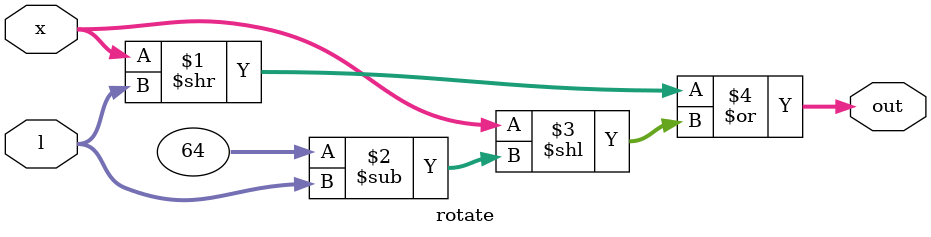
<source format=v>
module rotate(
	input [63:0]x,
	input [5:0]l,
	output wire [63:0]out
			);
	assign out = (x >> l) | (x << (64 - l)); // or instead of xor in case of 1's in overlapping positions

endmodule


</source>
